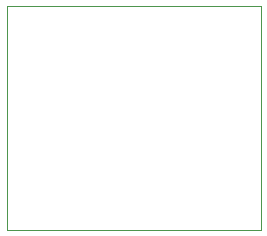
<source format=gbr>
%TF.GenerationSoftware,KiCad,Pcbnew,9.0.1*%
%TF.CreationDate,2025-04-08T23:45:03+08:00*%
%TF.ProjectId,HallConnector,48616c6c-436f-46e6-9e65-63746f722e6b,rev?*%
%TF.SameCoordinates,Original*%
%TF.FileFunction,Profile,NP*%
%FSLAX46Y46*%
G04 Gerber Fmt 4.6, Leading zero omitted, Abs format (unit mm)*
G04 Created by KiCad (PCBNEW 9.0.1) date 2025-04-08 23:45:03*
%MOMM*%
%LPD*%
G01*
G04 APERTURE LIST*
%TA.AperFunction,Profile*%
%ADD10C,0.050000*%
%TD*%
G04 APERTURE END LIST*
D10*
X141000000Y-51000000D02*
X119500000Y-51000000D01*
X141000000Y-70000000D02*
X141000000Y-51000000D01*
X119500000Y-70000000D02*
X141000000Y-70000000D01*
X119500000Y-51000000D02*
X119500000Y-70000000D01*
M02*

</source>
